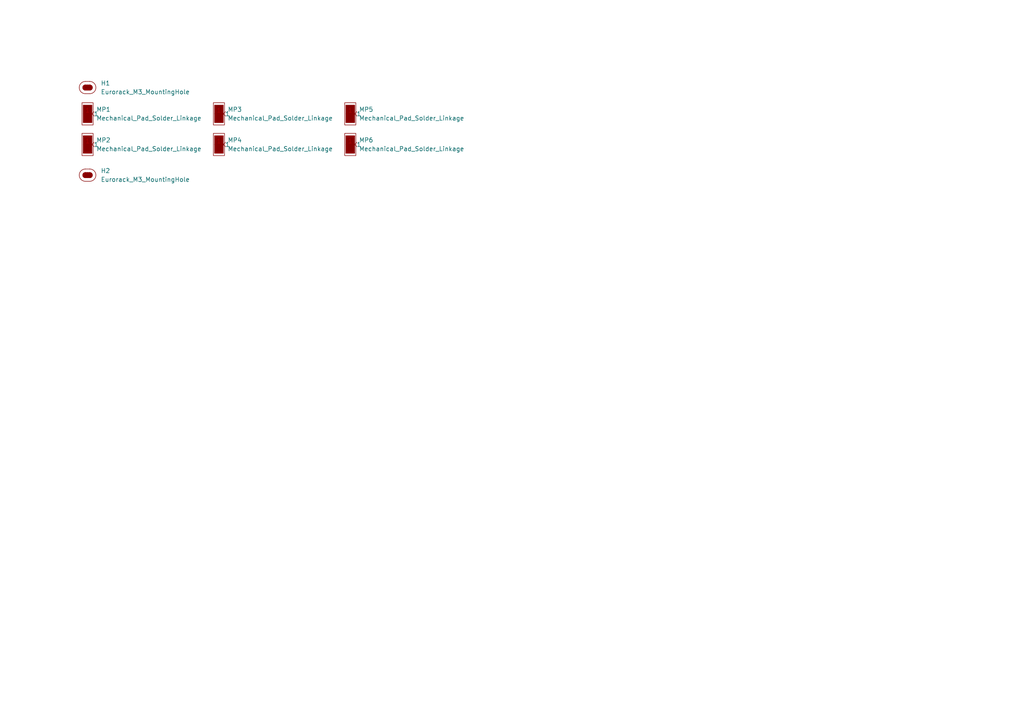
<source format=kicad_sch>
(kicad_sch (version 20250114) (generator "eeschema") (generator_version "9.0")
  (paper "A4")
  (lib_symbols
    (symbol "EXC:Eurorack_M3_MountingHole" (pin_names (offset 1.016))
      (property "Reference" "H" (at 0 5.08 0))
      (property "Value" "Eurorack_M3_MountingHole" (at 0 3.175 0))
      (symbol "Eurorack_M3_MountingHole_0_1"
        (polyline (pts (xy -0.635 0.762) (xy 0.635 0.762)))
        (circle (center -0.635 0) (radius 0.762) (fill (type outline)))
        (arc (start -0.635 -0.762) (mid -1.397 0) (end -0.635 0.762))
        (arc (start -0.635 -1.778) (mid -2.413 0) (end -0.635 1.778))
        (polyline (pts (xy -0.635 -0.762) (xy 0.635 -0.762)))
        (polyline (pts (xy -0.635 -1.778) (xy 0.635 -1.778)))
        (circle (center 0 0) (radius 0.762) (fill (type outline)))
        (polyline (pts (xy 0.635 1.778) (xy -0.635 1.778)))
        (arc (start 0.6141 1.778) (mid 2.4131 0) (end 0.6141 -1.778))
        (arc (start 0.6227 0.762) (mid 1.3971 0) (end 0.6227 -0.762))
        (circle (center 0.635 0) (radius 0.762) (fill (type outline)))
      )
    )
    (symbol "EXC:Mechanical_Pad_Solder_Linkage"
      (property "Reference" "MP" (at 0 4.318 0))
      (property "Value" "Mechanical_Pad_Solder_Linkage" (at 0 -4.318 0))
      (symbol "Mechanical_Pad_Solder_Linkage_0_1"
        (rectangle (start -1.6129 3.2258) (end 1.6129 -3.2258))
        (rectangle (start -1.27 2.54) (end 1.27 -2.54) (fill (type outline)))
      )
      (symbol "Mechanical_Pad_Solder_Linkage_1_1"
        (pin bidirectional non_logic (at -1.27 0 0) (length 2.54) (name "1") (number "1"))
      )
    )
  )
  (symbol (lib_id "EXC:Eurorack_M3_MountingHole") (at 25.4 25.4 0) (unit 1)
    (property "Reference" "H1" (at 29.21 24.1299 0) (effects (justify left)))
    (property "Value" "Eurorack_M3_MountingHole" (at 29.21 26.6699 0) (effects (justify left)))
    (property "Footprint" "EXC:MountingHole_3.2mm_M3" (effects (hide yes)))
    (property "Description" "Mounting Hole without connection" (effects (hide yes)))
  )
  (symbol (lib_id "EXC:Mechanical_Pad_Solder_Linkage") (at 25.4 33.02 0) (unit 1)
    (property "Reference" "MP1" (at 27.94 31.7499 0) (effects (justify left)))
    (property "Value" "Mechanical_Pad_Solder_Linkage" (at 27.94 34.2899 0) (effects (justify left)))
    (property "Footprint" "EXC:SolderWirePad_1x01_SMD_1x2mm" (effects (hide yes)))
    (property "Description" "Solder pad for mechanically connecting PCBs/etc." (effects (hide yes)))
  )
  (symbol (lib_id "EXC:Mechanical_Pad_Solder_Linkage") (at 25.4 41.91 0) (unit 1)
    (property "Reference" "MP2" (at 27.94 40.6399 0) (effects (justify left)))
    (property "Value" "Mechanical_Pad_Solder_Linkage" (at 27.94 43.1799 0) (effects (justify left)))
    (property "Footprint" "EXC:SolderWirePad_1x01_SMD_1x2mm" (effects (hide yes)))
    (property "Description" "Solder pad for mechanically connecting PCBs/etc." (effects (hide yes)))
  )
  (symbol (lib_id "EXC:Mechanical_Pad_Solder_Linkage") (at 101.6 33.02 0) (unit 1)
    (property "Reference" "MP5" (at 104.14 31.7499 0) (effects (justify left)))
    (property "Value" "Mechanical_Pad_Solder_Linkage" (at 104.14 34.2899 0) (effects (justify left)))
    (property "Footprint" "EXC:SolderWirePad_1x01_SMD_1x2mm" (effects (hide yes)))
    (property "Description" "Solder pad for mechanically connecting PCBs/etc." (effects (hide yes)))
  )
  (symbol (lib_id "EXC:Mechanical_Pad_Solder_Linkage") (at 63.5 33.02 0) (unit 1)
    (property "Reference" "MP3" (at 66.04 31.7499 0) (effects (justify left)))
    (property "Value" "Mechanical_Pad_Solder_Linkage" (at 66.04 34.2899 0) (effects (justify left)))
    (property "Footprint" "EXC:SolderWirePad_1x01_SMD_1x2mm" (effects (hide yes)))
    (property "Description" "Solder pad for mechanically connecting PCBs/etc." (effects (hide yes)))
  )
  (symbol (lib_id "EXC:Mechanical_Pad_Solder_Linkage") (at 101.6 41.91 0) (unit 1)
    (property "Reference" "MP6" (at 104.14 40.6399 0) (effects (justify left)))
    (property "Value" "Mechanical_Pad_Solder_Linkage" (at 104.14 43.1799 0) (effects (justify left)))
    (property "Footprint" "EXC:SolderWirePad_1x01_SMD_1x2mm" (effects (hide yes)))
    (property "Description" "Solder pad for mechanically connecting PCBs/etc." (effects (hide yes)))
  )
  (symbol (lib_id "EXC:Mechanical_Pad_Solder_Linkage") (at 63.5 41.91 0) (unit 1)
    (property "Reference" "MP4" (at 66.04 40.6399 0) (effects (justify left)))
    (property "Value" "Mechanical_Pad_Solder_Linkage" (at 66.04 43.1799 0) (effects (justify left)))
    (property "Footprint" "EXC:SolderWirePad_1x01_SMD_1x2mm" (effects (hide yes)))
    (property "Description" "Solder pad for mechanically connecting PCBs/etc." (effects (hide yes)))
  )
  (symbol (lib_id "EXC:Eurorack_M3_MountingHole") (at 25.4 50.8 0) (unit 1)
    (property "Reference" "H2" (at 29.21 49.5299 0) (effects (justify left)))
    (property "Value" "Eurorack_M3_MountingHole" (at 29.21 52.0699 0) (effects (justify left)))
    (property "Footprint" "EXC:MountingHole_3.2mm_M3" (effects (hide yes)))
    (property "Description" "Mounting Hole without connection" (effects (hide yes)))
  )
)
</source>
